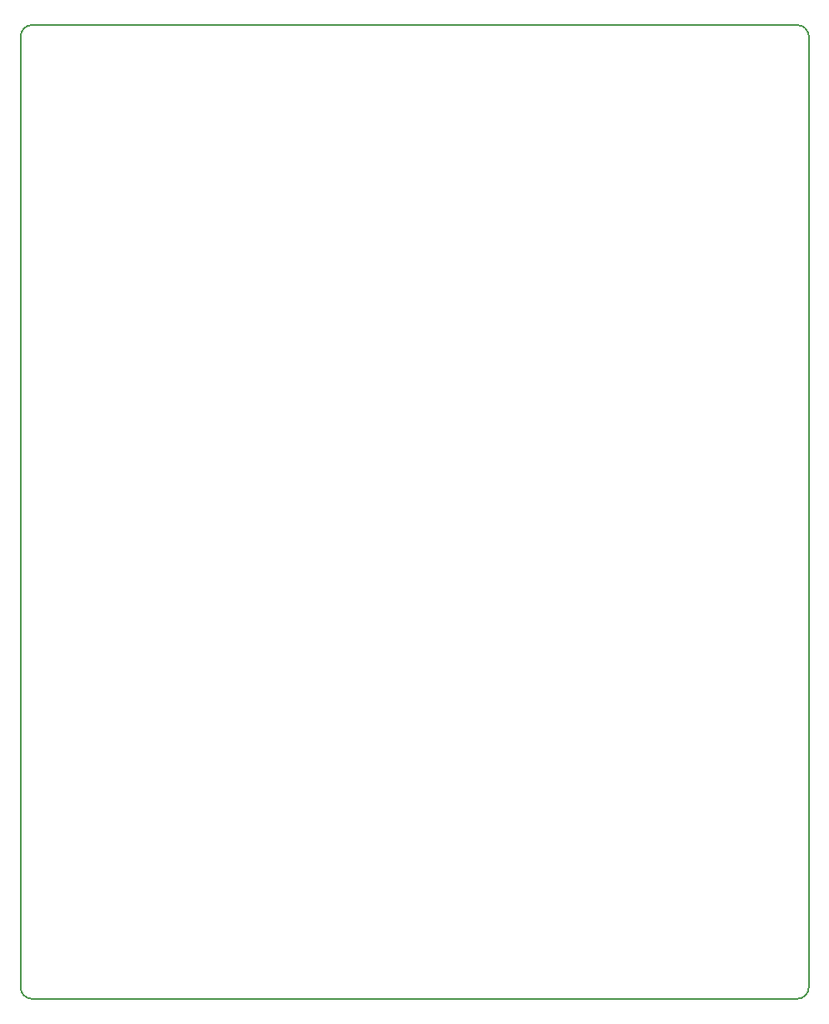
<source format=gm1>
G04 #@! TF.GenerationSoftware,KiCad,Pcbnew,7.0.10*
G04 #@! TF.CreationDate,2024-04-21T01:18:50+05:30*
G04 #@! TF.ProjectId,AT-ProtoKeeb_rev1,41542d50-726f-4746-9f4b-6565625f7265,v1.0*
G04 #@! TF.SameCoordinates,Original*
G04 #@! TF.FileFunction,Profile,NP*
%FSLAX46Y46*%
G04 Gerber Fmt 4.6, Leading zero omitted, Abs format (unit mm)*
G04 Created by KiCad (PCBNEW 7.0.10) date 2024-04-21 01:18:50*
%MOMM*%
%LPD*%
G01*
G04 APERTURE LIST*
G04 #@! TA.AperFunction,Profile*
%ADD10C,0.150000*%
G04 #@! TD*
G04 APERTURE END LIST*
D10*
X45225985Y-51611000D02*
X45225985Y-148176100D01*
X46425985Y-50411000D02*
X124225900Y-50411000D01*
X45226000Y-148176100D02*
G75*
G03*
X46425985Y-149376100I1200000J0D01*
G01*
X46425985Y-149376100D02*
X124225900Y-149376100D01*
X46425985Y-50410985D02*
G75*
G03*
X45225985Y-51611000I15J-1200015D01*
G01*
X125425900Y-51611000D02*
G75*
G03*
X124225900Y-50411000I-1200000J0D01*
G01*
X124225900Y-149376100D02*
G75*
G03*
X125425900Y-148176100I0J1200000D01*
G01*
X125425900Y-51611000D02*
X125425900Y-148176100D01*
M02*

</source>
